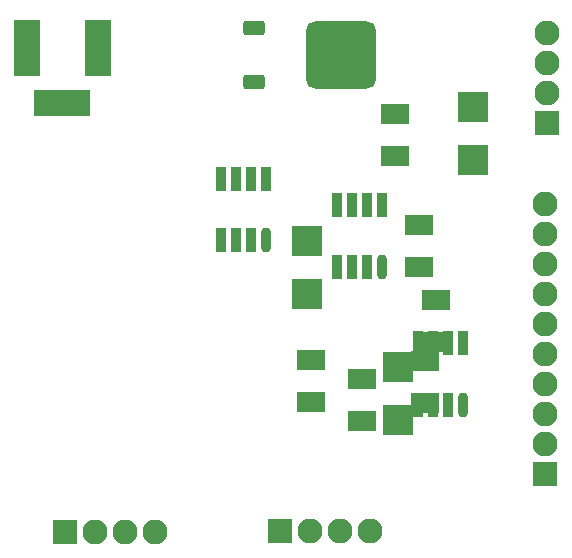
<source format=gbs>
G04 Layer_Color=16711935*
%FSLAX24Y24*%
%MOIN*%
G70*
G01*
G75*
%ADD43R,0.0867X0.1852*%
%ADD44R,0.1852X0.0867*%
%ADD45C,0.0830*%
%ADD46R,0.0830X0.0830*%
%ADD47R,0.0830X0.0830*%
G04:AMPARAMS|DCode=48|XSize=224.5mil|YSize=232.4mil|CornerRadius=31.1mil|HoleSize=0mil|Usage=FLASHONLY|Rotation=90.000|XOffset=0mil|YOffset=0mil|HoleType=Round|Shape=RoundedRectangle|*
%AMROUNDEDRECTD48*
21,1,0.2245,0.1703,0,0,90.0*
21,1,0.1624,0.2324,0,0,90.0*
1,1,0.0621,0.0851,0.0812*
1,1,0.0621,0.0851,-0.0812*
1,1,0.0621,-0.0851,-0.0812*
1,1,0.0621,-0.0851,0.0812*
%
%ADD48ROUNDEDRECTD48*%
G04:AMPARAMS|DCode=49|XSize=47.4mil|YSize=71mil|CornerRadius=8.9mil|HoleSize=0mil|Usage=FLASHONLY|Rotation=90.000|XOffset=0mil|YOffset=0mil|HoleType=Round|Shape=RoundedRectangle|*
%AMROUNDEDRECTD49*
21,1,0.0474,0.0532,0,0,90.0*
21,1,0.0295,0.0710,0,0,90.0*
1,1,0.0178,0.0266,0.0148*
1,1,0.0178,0.0266,-0.0148*
1,1,0.0178,-0.0266,-0.0148*
1,1,0.0178,-0.0266,0.0148*
%
%ADD49ROUNDEDRECTD49*%
%ADD50R,0.0960X0.0700*%
%ADD51R,0.0330X0.0830*%
%ADD52O,0.0330X0.0830*%
%ADD53R,0.0986X0.0986*%
D43*
X10819Y28050D02*
D03*
X13181D02*
D03*
D44*
X12000Y26200D02*
D03*
D45*
X28150Y27550D02*
D03*
Y26550D02*
D03*
Y28550D02*
D03*
X21250Y11950D02*
D03*
X20250D02*
D03*
X22250D02*
D03*
X14100Y11900D02*
D03*
X13100D02*
D03*
X15100D02*
D03*
X28100Y22850D02*
D03*
Y15850D02*
D03*
Y18850D02*
D03*
Y14850D02*
D03*
Y20850D02*
D03*
Y19850D02*
D03*
Y16850D02*
D03*
Y17850D02*
D03*
Y21850D02*
D03*
D46*
X28150Y25550D02*
D03*
X28100Y13850D02*
D03*
D47*
X19250Y11950D02*
D03*
X12100Y11900D02*
D03*
D48*
X21307Y27800D02*
D03*
D49*
X18393Y28700D02*
D03*
X18393Y26900D02*
D03*
D50*
X23100Y24450D02*
D03*
Y25850D02*
D03*
X24450Y18250D02*
D03*
Y19650D02*
D03*
X24100Y16200D02*
D03*
Y17600D02*
D03*
X22000Y15600D02*
D03*
Y17000D02*
D03*
X20300Y16250D02*
D03*
Y17650D02*
D03*
X23900Y20750D02*
D03*
Y22150D02*
D03*
D51*
X17800Y21625D02*
D03*
X17300Y23675D02*
D03*
X18800D02*
D03*
X17800D02*
D03*
X17300Y21625D02*
D03*
X18300D02*
D03*
Y23675D02*
D03*
X24350Y16150D02*
D03*
X23850Y18200D02*
D03*
X25350D02*
D03*
X24350D02*
D03*
X23850Y16150D02*
D03*
X24850D02*
D03*
Y18200D02*
D03*
X21650Y20750D02*
D03*
X21150Y22800D02*
D03*
X22650D02*
D03*
X21650D02*
D03*
X21150Y20750D02*
D03*
X22150D02*
D03*
Y22800D02*
D03*
D52*
X18800Y21625D02*
D03*
X25350Y16150D02*
D03*
X22650Y20750D02*
D03*
D53*
X25700Y26072D02*
D03*
Y24300D02*
D03*
X23200Y17422D02*
D03*
Y15650D02*
D03*
X20150Y21622D02*
D03*
Y19850D02*
D03*
M02*

</source>
